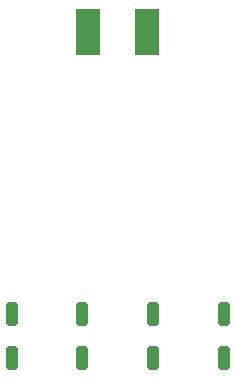
<source format=gbr>
%TF.GenerationSoftware,KiCad,Pcbnew,8.0.8*%
%TF.CreationDate,2025-01-30T22:26:20+01:00*%
%TF.ProjectId,pointMotor,706f696e-744d-46f7-946f-722e6b696361,rev?*%
%TF.SameCoordinates,Original*%
%TF.FileFunction,Paste,Top*%
%TF.FilePolarity,Positive*%
%FSLAX46Y46*%
G04 Gerber Fmt 4.6, Leading zero omitted, Abs format (unit mm)*
G04 Created by KiCad (PCBNEW 8.0.8) date 2025-01-30 22:26:20*
%MOMM*%
%LPD*%
G01*
G04 APERTURE LIST*
G04 Aperture macros list*
%AMRoundRect*
0 Rectangle with rounded corners*
0 $1 Rounding radius*
0 $2 $3 $4 $5 $6 $7 $8 $9 X,Y pos of 4 corners*
0 Add a 4 corners polygon primitive as box body*
4,1,4,$2,$3,$4,$5,$6,$7,$8,$9,$2,$3,0*
0 Add four circle primitives for the rounded corners*
1,1,$1+$1,$2,$3*
1,1,$1+$1,$4,$5*
1,1,$1+$1,$6,$7*
1,1,$1+$1,$8,$9*
0 Add four rect primitives between the rounded corners*
20,1,$1+$1,$2,$3,$4,$5,0*
20,1,$1+$1,$4,$5,$6,$7,0*
20,1,$1+$1,$6,$7,$8,$9,0*
20,1,$1+$1,$8,$9,$2,$3,0*%
G04 Aperture macros list end*
%ADD10R,2.000000X4.000000*%
%ADD11RoundRect,0.250000X-0.250000X-0.750000X0.250000X-0.750000X0.250000X0.750000X-0.250000X0.750000X0*%
G04 APERTURE END LIST*
D10*
%TO.C,J102*%
X113500000Y-74000000D03*
X118500000Y-74000000D03*
D11*
X107000000Y-97900000D03*
X107000000Y-101600000D03*
X113000000Y-97900000D03*
X113000000Y-101600000D03*
X119000000Y-97900000D03*
X119000000Y-101600000D03*
X125000000Y-97900000D03*
X125000000Y-101600000D03*
%TD*%
M02*

</source>
